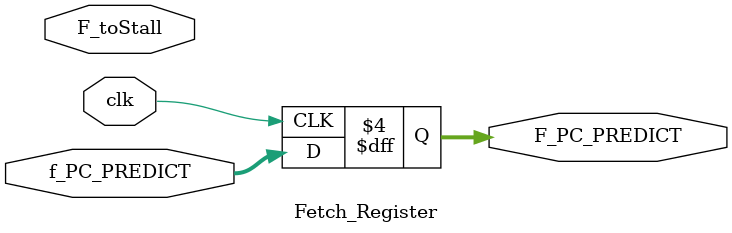
<source format=v>
module Fetch_Register(
    input clk, 
    input F_toStall,
    output reg [63 : 0] F_PC_PREDICT,
    input  [63 : 0] f_PC_PREDICT
);
initial begin
    // f_PC_PREDICT = 0;
    #9
    F_PC_PREDICT = 0;
end
always @(posedge clk)begin
    if(F_toStall == 1)begin
        F_PC_PREDICT <= F_PC_PREDICT;
    end

    //else if(F_toStall == 0)begin
        F_PC_PREDICT <= f_PC_PREDICT;
    //end

end


endmodule
</source>
